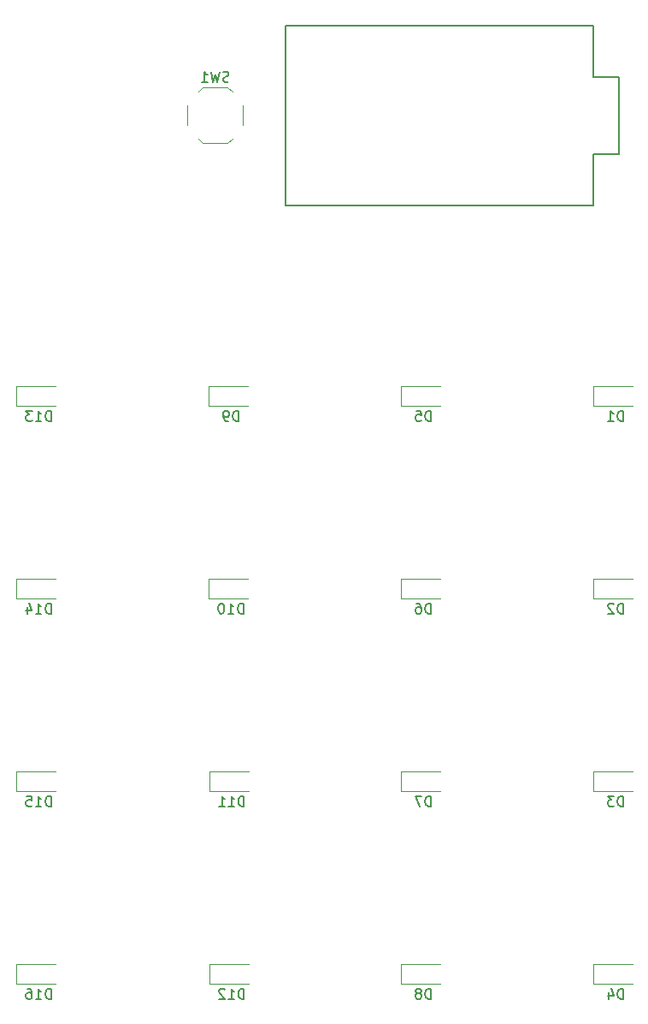
<source format=gbr>
%TF.GenerationSoftware,KiCad,Pcbnew,(5.1.10)-1*%
%TF.CreationDate,2021-05-19T15:55:05-05:00*%
%TF.ProjectId,smol-keypad,736d6f6c-2d6b-4657-9970-61642e6b6963,rev?*%
%TF.SameCoordinates,Original*%
%TF.FileFunction,Legend,Bot*%
%TF.FilePolarity,Positive*%
%FSLAX46Y46*%
G04 Gerber Fmt 4.6, Leading zero omitted, Abs format (unit mm)*
G04 Created by KiCad (PCBNEW (5.1.10)-1) date 2021-05-19 15:55:05*
%MOMM*%
%LPD*%
G01*
G04 APERTURE LIST*
%ADD10C,0.120000*%
%ADD11C,0.150000*%
G04 APERTURE END LIST*
D10*
%TO.C,D16*%
X100143750Y-128000000D02*
X104043750Y-128000000D01*
X100143750Y-126000000D02*
X104043750Y-126000000D01*
X100143750Y-128000000D02*
X100143750Y-126000000D01*
D11*
%TO.C,U1*%
X126841250Y-33178750D02*
X126841250Y-50958750D01*
X157321250Y-33178750D02*
X126841250Y-33178750D01*
X157321250Y-38258750D02*
X157321250Y-33178750D01*
X159861250Y-38258750D02*
X157321250Y-38258750D01*
X159861250Y-45878750D02*
X159861250Y-38258750D01*
X157321250Y-45878750D02*
X159861250Y-45878750D01*
X157321250Y-50958750D02*
X157321250Y-45878750D01*
X157321250Y-50958750D02*
X126841250Y-50958750D01*
D10*
%TO.C,SW1*%
X121106250Y-39318750D02*
X118606250Y-39318750D01*
X122606250Y-41068750D02*
X122606250Y-43068750D01*
X121106250Y-44818750D02*
X118606250Y-44818750D01*
X117106250Y-41068750D02*
X117106250Y-43068750D01*
X121556250Y-39768750D02*
X121106250Y-39318750D01*
X118156250Y-39768750D02*
X118606250Y-39318750D01*
X118156250Y-44368750D02*
X118606250Y-44818750D01*
X121556250Y-44368750D02*
X121106250Y-44818750D01*
%TO.C,D15*%
X100143750Y-108950000D02*
X104043750Y-108950000D01*
X100143750Y-106950000D02*
X104043750Y-106950000D01*
X100143750Y-108950000D02*
X100143750Y-106950000D01*
%TO.C,D14*%
X100143750Y-89900000D02*
X104043750Y-89900000D01*
X100143750Y-87900000D02*
X104043750Y-87900000D01*
X100143750Y-89900000D02*
X100143750Y-87900000D01*
%TO.C,D13*%
X100143750Y-70850000D02*
X104043750Y-70850000D01*
X100143750Y-68850000D02*
X104043750Y-68850000D01*
X100143750Y-70850000D02*
X100143750Y-68850000D01*
%TO.C,D12*%
X119256250Y-128000000D02*
X123156250Y-128000000D01*
X119256250Y-126000000D02*
X123156250Y-126000000D01*
X119256250Y-128000000D02*
X119256250Y-126000000D01*
%TO.C,D11*%
X119256250Y-108950000D02*
X123156250Y-108950000D01*
X119256250Y-106950000D02*
X123156250Y-106950000D01*
X119256250Y-108950000D02*
X119256250Y-106950000D01*
%TO.C,D10*%
X119193750Y-89900000D02*
X123093750Y-89900000D01*
X119193750Y-87900000D02*
X123093750Y-87900000D01*
X119193750Y-89900000D02*
X119193750Y-87900000D01*
%TO.C,D9*%
X119193750Y-70850000D02*
X123093750Y-70850000D01*
X119193750Y-68850000D02*
X123093750Y-68850000D01*
X119193750Y-70850000D02*
X119193750Y-68850000D01*
%TO.C,D8*%
X138243750Y-128000000D02*
X142143750Y-128000000D01*
X138243750Y-126000000D02*
X142143750Y-126000000D01*
X138243750Y-128000000D02*
X138243750Y-126000000D01*
%TO.C,D7*%
X138243750Y-108950000D02*
X142143750Y-108950000D01*
X138243750Y-106950000D02*
X142143750Y-106950000D01*
X138243750Y-108950000D02*
X138243750Y-106950000D01*
%TO.C,D6*%
X138243750Y-89900000D02*
X142143750Y-89900000D01*
X138243750Y-87900000D02*
X142143750Y-87900000D01*
X138243750Y-89900000D02*
X138243750Y-87900000D01*
%TO.C,D5*%
X138243750Y-70850000D02*
X142143750Y-70850000D01*
X138243750Y-68850000D02*
X142143750Y-68850000D01*
X138243750Y-70850000D02*
X138243750Y-68850000D01*
%TO.C,D4*%
X157293750Y-128000000D02*
X161193750Y-128000000D01*
X157293750Y-126000000D02*
X161193750Y-126000000D01*
X157293750Y-128000000D02*
X157293750Y-126000000D01*
%TO.C,D3*%
X157293750Y-108950000D02*
X161193750Y-108950000D01*
X157293750Y-106950000D02*
X161193750Y-106950000D01*
X157293750Y-108950000D02*
X157293750Y-106950000D01*
%TO.C,D2*%
X157293750Y-89900000D02*
X161193750Y-89900000D01*
X157293750Y-87900000D02*
X161193750Y-87900000D01*
X157293750Y-89900000D02*
X157293750Y-87900000D01*
%TO.C,D1*%
X157293750Y-70850000D02*
X161193750Y-70850000D01*
X157293750Y-68850000D02*
X161193750Y-68850000D01*
X157293750Y-70850000D02*
X157293750Y-68850000D01*
%TO.C,D16*%
D11*
X103608035Y-129452380D02*
X103608035Y-128452380D01*
X103369940Y-128452380D01*
X103227083Y-128500000D01*
X103131845Y-128595238D01*
X103084226Y-128690476D01*
X103036607Y-128880952D01*
X103036607Y-129023809D01*
X103084226Y-129214285D01*
X103131845Y-129309523D01*
X103227083Y-129404761D01*
X103369940Y-129452380D01*
X103608035Y-129452380D01*
X102084226Y-129452380D02*
X102655654Y-129452380D01*
X102369940Y-129452380D02*
X102369940Y-128452380D01*
X102465178Y-128595238D01*
X102560416Y-128690476D01*
X102655654Y-128738095D01*
X101227083Y-128452380D02*
X101417559Y-128452380D01*
X101512797Y-128500000D01*
X101560416Y-128547619D01*
X101655654Y-128690476D01*
X101703273Y-128880952D01*
X101703273Y-129261904D01*
X101655654Y-129357142D01*
X101608035Y-129404761D01*
X101512797Y-129452380D01*
X101322321Y-129452380D01*
X101227083Y-129404761D01*
X101179464Y-129357142D01*
X101131845Y-129261904D01*
X101131845Y-129023809D01*
X101179464Y-128928571D01*
X101227083Y-128880952D01*
X101322321Y-128833333D01*
X101512797Y-128833333D01*
X101608035Y-128880952D01*
X101655654Y-128928571D01*
X101703273Y-129023809D01*
%TO.C,SW1*%
X121189583Y-38723511D02*
X121046726Y-38771130D01*
X120808630Y-38771130D01*
X120713392Y-38723511D01*
X120665773Y-38675892D01*
X120618154Y-38580654D01*
X120618154Y-38485416D01*
X120665773Y-38390178D01*
X120713392Y-38342559D01*
X120808630Y-38294940D01*
X120999107Y-38247321D01*
X121094345Y-38199702D01*
X121141964Y-38152083D01*
X121189583Y-38056845D01*
X121189583Y-37961607D01*
X121141964Y-37866369D01*
X121094345Y-37818750D01*
X120999107Y-37771130D01*
X120761011Y-37771130D01*
X120618154Y-37818750D01*
X120284821Y-37771130D02*
X120046726Y-38771130D01*
X119856250Y-38056845D01*
X119665773Y-38771130D01*
X119427678Y-37771130D01*
X118522916Y-38771130D02*
X119094345Y-38771130D01*
X118808630Y-38771130D02*
X118808630Y-37771130D01*
X118903869Y-37913988D01*
X118999107Y-38009226D01*
X119094345Y-38056845D01*
%TO.C,D15*%
X103608035Y-110402380D02*
X103608035Y-109402380D01*
X103369940Y-109402380D01*
X103227083Y-109450000D01*
X103131845Y-109545238D01*
X103084226Y-109640476D01*
X103036607Y-109830952D01*
X103036607Y-109973809D01*
X103084226Y-110164285D01*
X103131845Y-110259523D01*
X103227083Y-110354761D01*
X103369940Y-110402380D01*
X103608035Y-110402380D01*
X102084226Y-110402380D02*
X102655654Y-110402380D01*
X102369940Y-110402380D02*
X102369940Y-109402380D01*
X102465178Y-109545238D01*
X102560416Y-109640476D01*
X102655654Y-109688095D01*
X101179464Y-109402380D02*
X101655654Y-109402380D01*
X101703273Y-109878571D01*
X101655654Y-109830952D01*
X101560416Y-109783333D01*
X101322321Y-109783333D01*
X101227083Y-109830952D01*
X101179464Y-109878571D01*
X101131845Y-109973809D01*
X101131845Y-110211904D01*
X101179464Y-110307142D01*
X101227083Y-110354761D01*
X101322321Y-110402380D01*
X101560416Y-110402380D01*
X101655654Y-110354761D01*
X101703273Y-110307142D01*
%TO.C,D14*%
X103608035Y-91352380D02*
X103608035Y-90352380D01*
X103369940Y-90352380D01*
X103227083Y-90400000D01*
X103131845Y-90495238D01*
X103084226Y-90590476D01*
X103036607Y-90780952D01*
X103036607Y-90923809D01*
X103084226Y-91114285D01*
X103131845Y-91209523D01*
X103227083Y-91304761D01*
X103369940Y-91352380D01*
X103608035Y-91352380D01*
X102084226Y-91352380D02*
X102655654Y-91352380D01*
X102369940Y-91352380D02*
X102369940Y-90352380D01*
X102465178Y-90495238D01*
X102560416Y-90590476D01*
X102655654Y-90638095D01*
X101227083Y-90685714D02*
X101227083Y-91352380D01*
X101465178Y-90304761D02*
X101703273Y-91019047D01*
X101084226Y-91019047D01*
%TO.C,D13*%
X103608035Y-72302380D02*
X103608035Y-71302380D01*
X103369940Y-71302380D01*
X103227083Y-71350000D01*
X103131845Y-71445238D01*
X103084226Y-71540476D01*
X103036607Y-71730952D01*
X103036607Y-71873809D01*
X103084226Y-72064285D01*
X103131845Y-72159523D01*
X103227083Y-72254761D01*
X103369940Y-72302380D01*
X103608035Y-72302380D01*
X102084226Y-72302380D02*
X102655654Y-72302380D01*
X102369940Y-72302380D02*
X102369940Y-71302380D01*
X102465178Y-71445238D01*
X102560416Y-71540476D01*
X102655654Y-71588095D01*
X101750892Y-71302380D02*
X101131845Y-71302380D01*
X101465178Y-71683333D01*
X101322321Y-71683333D01*
X101227083Y-71730952D01*
X101179464Y-71778571D01*
X101131845Y-71873809D01*
X101131845Y-72111904D01*
X101179464Y-72207142D01*
X101227083Y-72254761D01*
X101322321Y-72302380D01*
X101608035Y-72302380D01*
X101703273Y-72254761D01*
X101750892Y-72207142D01*
%TO.C,D12*%
X122720535Y-129452380D02*
X122720535Y-128452380D01*
X122482440Y-128452380D01*
X122339583Y-128500000D01*
X122244345Y-128595238D01*
X122196726Y-128690476D01*
X122149107Y-128880952D01*
X122149107Y-129023809D01*
X122196726Y-129214285D01*
X122244345Y-129309523D01*
X122339583Y-129404761D01*
X122482440Y-129452380D01*
X122720535Y-129452380D01*
X121196726Y-129452380D02*
X121768154Y-129452380D01*
X121482440Y-129452380D02*
X121482440Y-128452380D01*
X121577678Y-128595238D01*
X121672916Y-128690476D01*
X121768154Y-128738095D01*
X120815773Y-128547619D02*
X120768154Y-128500000D01*
X120672916Y-128452380D01*
X120434821Y-128452380D01*
X120339583Y-128500000D01*
X120291964Y-128547619D01*
X120244345Y-128642857D01*
X120244345Y-128738095D01*
X120291964Y-128880952D01*
X120863392Y-129452380D01*
X120244345Y-129452380D01*
%TO.C,D11*%
X122720535Y-110402380D02*
X122720535Y-109402380D01*
X122482440Y-109402380D01*
X122339583Y-109450000D01*
X122244345Y-109545238D01*
X122196726Y-109640476D01*
X122149107Y-109830952D01*
X122149107Y-109973809D01*
X122196726Y-110164285D01*
X122244345Y-110259523D01*
X122339583Y-110354761D01*
X122482440Y-110402380D01*
X122720535Y-110402380D01*
X121196726Y-110402380D02*
X121768154Y-110402380D01*
X121482440Y-110402380D02*
X121482440Y-109402380D01*
X121577678Y-109545238D01*
X121672916Y-109640476D01*
X121768154Y-109688095D01*
X120244345Y-110402380D02*
X120815773Y-110402380D01*
X120530059Y-110402380D02*
X120530059Y-109402380D01*
X120625297Y-109545238D01*
X120720535Y-109640476D01*
X120815773Y-109688095D01*
%TO.C,D10*%
X122658035Y-91352380D02*
X122658035Y-90352380D01*
X122419940Y-90352380D01*
X122277083Y-90400000D01*
X122181845Y-90495238D01*
X122134226Y-90590476D01*
X122086607Y-90780952D01*
X122086607Y-90923809D01*
X122134226Y-91114285D01*
X122181845Y-91209523D01*
X122277083Y-91304761D01*
X122419940Y-91352380D01*
X122658035Y-91352380D01*
X121134226Y-91352380D02*
X121705654Y-91352380D01*
X121419940Y-91352380D02*
X121419940Y-90352380D01*
X121515178Y-90495238D01*
X121610416Y-90590476D01*
X121705654Y-90638095D01*
X120515178Y-90352380D02*
X120419940Y-90352380D01*
X120324702Y-90400000D01*
X120277083Y-90447619D01*
X120229464Y-90542857D01*
X120181845Y-90733333D01*
X120181845Y-90971428D01*
X120229464Y-91161904D01*
X120277083Y-91257142D01*
X120324702Y-91304761D01*
X120419940Y-91352380D01*
X120515178Y-91352380D01*
X120610416Y-91304761D01*
X120658035Y-91257142D01*
X120705654Y-91161904D01*
X120753273Y-90971428D01*
X120753273Y-90733333D01*
X120705654Y-90542857D01*
X120658035Y-90447619D01*
X120610416Y-90400000D01*
X120515178Y-90352380D01*
%TO.C,D9*%
X122181845Y-72302380D02*
X122181845Y-71302380D01*
X121943750Y-71302380D01*
X121800892Y-71350000D01*
X121705654Y-71445238D01*
X121658035Y-71540476D01*
X121610416Y-71730952D01*
X121610416Y-71873809D01*
X121658035Y-72064285D01*
X121705654Y-72159523D01*
X121800892Y-72254761D01*
X121943750Y-72302380D01*
X122181845Y-72302380D01*
X121134226Y-72302380D02*
X120943750Y-72302380D01*
X120848511Y-72254761D01*
X120800892Y-72207142D01*
X120705654Y-72064285D01*
X120658035Y-71873809D01*
X120658035Y-71492857D01*
X120705654Y-71397619D01*
X120753273Y-71350000D01*
X120848511Y-71302380D01*
X121038988Y-71302380D01*
X121134226Y-71350000D01*
X121181845Y-71397619D01*
X121229464Y-71492857D01*
X121229464Y-71730952D01*
X121181845Y-71826190D01*
X121134226Y-71873809D01*
X121038988Y-71921428D01*
X120848511Y-71921428D01*
X120753273Y-71873809D01*
X120705654Y-71826190D01*
X120658035Y-71730952D01*
%TO.C,D8*%
X141231845Y-129452380D02*
X141231845Y-128452380D01*
X140993750Y-128452380D01*
X140850892Y-128500000D01*
X140755654Y-128595238D01*
X140708035Y-128690476D01*
X140660416Y-128880952D01*
X140660416Y-129023809D01*
X140708035Y-129214285D01*
X140755654Y-129309523D01*
X140850892Y-129404761D01*
X140993750Y-129452380D01*
X141231845Y-129452380D01*
X140088988Y-128880952D02*
X140184226Y-128833333D01*
X140231845Y-128785714D01*
X140279464Y-128690476D01*
X140279464Y-128642857D01*
X140231845Y-128547619D01*
X140184226Y-128500000D01*
X140088988Y-128452380D01*
X139898511Y-128452380D01*
X139803273Y-128500000D01*
X139755654Y-128547619D01*
X139708035Y-128642857D01*
X139708035Y-128690476D01*
X139755654Y-128785714D01*
X139803273Y-128833333D01*
X139898511Y-128880952D01*
X140088988Y-128880952D01*
X140184226Y-128928571D01*
X140231845Y-128976190D01*
X140279464Y-129071428D01*
X140279464Y-129261904D01*
X140231845Y-129357142D01*
X140184226Y-129404761D01*
X140088988Y-129452380D01*
X139898511Y-129452380D01*
X139803273Y-129404761D01*
X139755654Y-129357142D01*
X139708035Y-129261904D01*
X139708035Y-129071428D01*
X139755654Y-128976190D01*
X139803273Y-128928571D01*
X139898511Y-128880952D01*
%TO.C,D7*%
X141231845Y-110402380D02*
X141231845Y-109402380D01*
X140993750Y-109402380D01*
X140850892Y-109450000D01*
X140755654Y-109545238D01*
X140708035Y-109640476D01*
X140660416Y-109830952D01*
X140660416Y-109973809D01*
X140708035Y-110164285D01*
X140755654Y-110259523D01*
X140850892Y-110354761D01*
X140993750Y-110402380D01*
X141231845Y-110402380D01*
X140327083Y-109402380D02*
X139660416Y-109402380D01*
X140088988Y-110402380D01*
%TO.C,D6*%
X141231845Y-91352380D02*
X141231845Y-90352380D01*
X140993750Y-90352380D01*
X140850892Y-90400000D01*
X140755654Y-90495238D01*
X140708035Y-90590476D01*
X140660416Y-90780952D01*
X140660416Y-90923809D01*
X140708035Y-91114285D01*
X140755654Y-91209523D01*
X140850892Y-91304761D01*
X140993750Y-91352380D01*
X141231845Y-91352380D01*
X139803273Y-90352380D02*
X139993750Y-90352380D01*
X140088988Y-90400000D01*
X140136607Y-90447619D01*
X140231845Y-90590476D01*
X140279464Y-90780952D01*
X140279464Y-91161904D01*
X140231845Y-91257142D01*
X140184226Y-91304761D01*
X140088988Y-91352380D01*
X139898511Y-91352380D01*
X139803273Y-91304761D01*
X139755654Y-91257142D01*
X139708035Y-91161904D01*
X139708035Y-90923809D01*
X139755654Y-90828571D01*
X139803273Y-90780952D01*
X139898511Y-90733333D01*
X140088988Y-90733333D01*
X140184226Y-90780952D01*
X140231845Y-90828571D01*
X140279464Y-90923809D01*
%TO.C,D5*%
X141231845Y-72302380D02*
X141231845Y-71302380D01*
X140993750Y-71302380D01*
X140850892Y-71350000D01*
X140755654Y-71445238D01*
X140708035Y-71540476D01*
X140660416Y-71730952D01*
X140660416Y-71873809D01*
X140708035Y-72064285D01*
X140755654Y-72159523D01*
X140850892Y-72254761D01*
X140993750Y-72302380D01*
X141231845Y-72302380D01*
X139755654Y-71302380D02*
X140231845Y-71302380D01*
X140279464Y-71778571D01*
X140231845Y-71730952D01*
X140136607Y-71683333D01*
X139898511Y-71683333D01*
X139803273Y-71730952D01*
X139755654Y-71778571D01*
X139708035Y-71873809D01*
X139708035Y-72111904D01*
X139755654Y-72207142D01*
X139803273Y-72254761D01*
X139898511Y-72302380D01*
X140136607Y-72302380D01*
X140231845Y-72254761D01*
X140279464Y-72207142D01*
%TO.C,D4*%
X160281845Y-129452380D02*
X160281845Y-128452380D01*
X160043750Y-128452380D01*
X159900892Y-128500000D01*
X159805654Y-128595238D01*
X159758035Y-128690476D01*
X159710416Y-128880952D01*
X159710416Y-129023809D01*
X159758035Y-129214285D01*
X159805654Y-129309523D01*
X159900892Y-129404761D01*
X160043750Y-129452380D01*
X160281845Y-129452380D01*
X158853273Y-128785714D02*
X158853273Y-129452380D01*
X159091369Y-128404761D02*
X159329464Y-129119047D01*
X158710416Y-129119047D01*
%TO.C,D3*%
X160281845Y-110402380D02*
X160281845Y-109402380D01*
X160043750Y-109402380D01*
X159900892Y-109450000D01*
X159805654Y-109545238D01*
X159758035Y-109640476D01*
X159710416Y-109830952D01*
X159710416Y-109973809D01*
X159758035Y-110164285D01*
X159805654Y-110259523D01*
X159900892Y-110354761D01*
X160043750Y-110402380D01*
X160281845Y-110402380D01*
X159377083Y-109402380D02*
X158758035Y-109402380D01*
X159091369Y-109783333D01*
X158948511Y-109783333D01*
X158853273Y-109830952D01*
X158805654Y-109878571D01*
X158758035Y-109973809D01*
X158758035Y-110211904D01*
X158805654Y-110307142D01*
X158853273Y-110354761D01*
X158948511Y-110402380D01*
X159234226Y-110402380D01*
X159329464Y-110354761D01*
X159377083Y-110307142D01*
%TO.C,D2*%
X160281845Y-91352380D02*
X160281845Y-90352380D01*
X160043750Y-90352380D01*
X159900892Y-90400000D01*
X159805654Y-90495238D01*
X159758035Y-90590476D01*
X159710416Y-90780952D01*
X159710416Y-90923809D01*
X159758035Y-91114285D01*
X159805654Y-91209523D01*
X159900892Y-91304761D01*
X160043750Y-91352380D01*
X160281845Y-91352380D01*
X159329464Y-90447619D02*
X159281845Y-90400000D01*
X159186607Y-90352380D01*
X158948511Y-90352380D01*
X158853273Y-90400000D01*
X158805654Y-90447619D01*
X158758035Y-90542857D01*
X158758035Y-90638095D01*
X158805654Y-90780952D01*
X159377083Y-91352380D01*
X158758035Y-91352380D01*
%TO.C,D1*%
X160281845Y-72302380D02*
X160281845Y-71302380D01*
X160043750Y-71302380D01*
X159900892Y-71350000D01*
X159805654Y-71445238D01*
X159758035Y-71540476D01*
X159710416Y-71730952D01*
X159710416Y-71873809D01*
X159758035Y-72064285D01*
X159805654Y-72159523D01*
X159900892Y-72254761D01*
X160043750Y-72302380D01*
X160281845Y-72302380D01*
X158758035Y-72302380D02*
X159329464Y-72302380D01*
X159043750Y-72302380D02*
X159043750Y-71302380D01*
X159138988Y-71445238D01*
X159234226Y-71540476D01*
X159329464Y-71588095D01*
%TD*%
M02*

</source>
